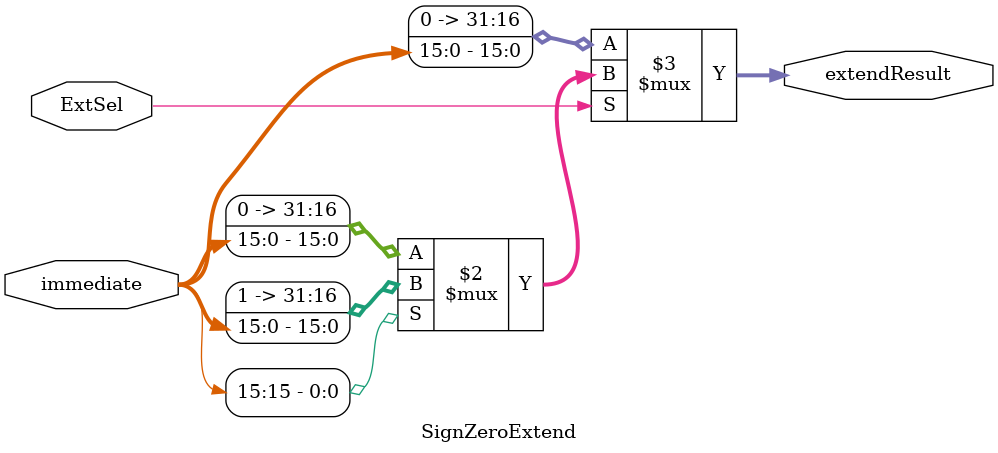
<source format=v>
`timescale 1ns / 1ps
module SignZeroExtend(
input [15:0] immediate,
input ExtSel,
output wire [31:0] extendResult
  );

assign extendResult = ExtSel?(immediate[15]==0?{16'h0000,immediate}:{16'hffff,immediate}):{16'h0000,immediate};


endmodule

</source>
